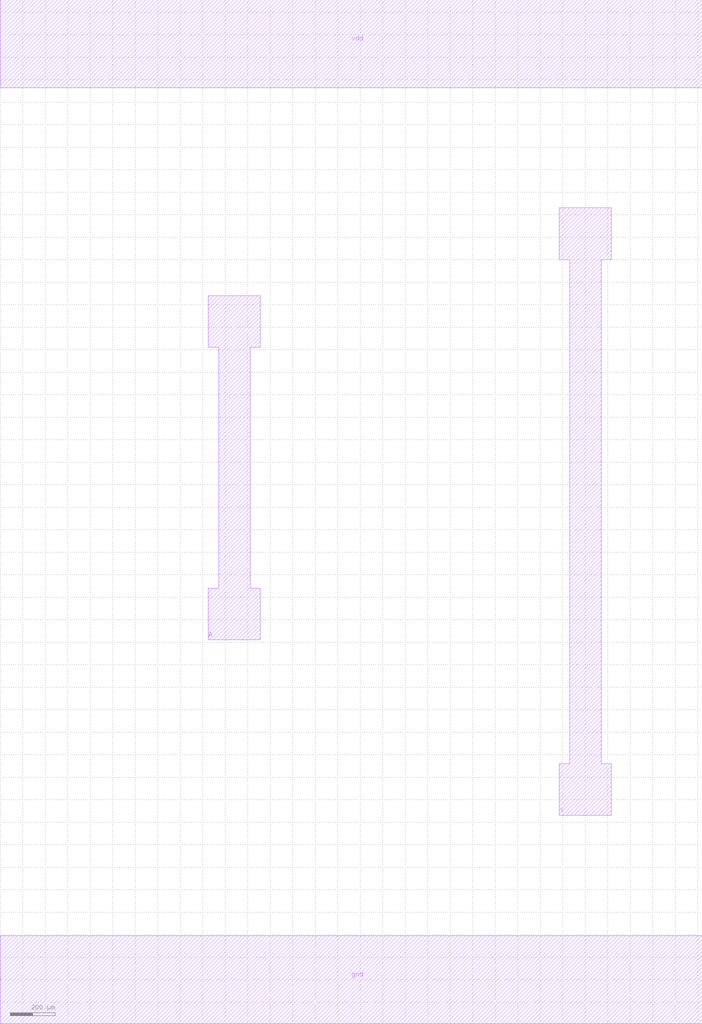
<source format=lef>
MACRO BUFX2
 CLASS CORE ;
 ORIGIN 0 0 ;
 FOREIGN BUFX2 0 0 ;
 SIZE 3.12 BY 4.16 ;
 SYMMETRY X Y R90 ;
 SITE unithd ;
  PIN vdd
   DIRECTION INOUT ;
   USE SIGNAL ;
   SHAPE ABUTMENT ;
    PORT
     CLASS CORE ;
       LAYER met2 ;
        RECT 0.00000000 3965.00000000 3120.00000000 4355.00000000 ;
    END
  END vdd

  PIN gnd
   DIRECTION INOUT ;
   USE SIGNAL ;
   SHAPE ABUTMENT ;
    PORT
     CLASS CORE ;
       LAYER met2 ;
        RECT 0.00000000 -195.00000000 3120.00000000 195.00000000 ;
    END
  END gnd

  PIN Y
   DIRECTION INOUT ;
   USE SIGNAL ;
   SHAPE ABUTMENT ;
    PORT
     CLASS CORE ;
       LAYER met2 ;
        POLYGON 2485.00000000 730.00000000 2485.00000000 960.00000000 2530.00000000 960.00000000 2530.00000000 3200.00000000 2485.00000000 3200.00000000 2485.00000000 3430.00000000 2715.00000000 3430.00000000 2715.00000000 3200.00000000 2670.00000000 3200.00000000 2670.00000000 960.00000000 2715.00000000 960.00000000 2715.00000000 730.00000000 ;
    END
  END Y

  PIN A
   DIRECTION INOUT ;
   USE SIGNAL ;
   SHAPE ABUTMENT ;
    PORT
     CLASS CORE ;
       LAYER met2 ;
        POLYGON 925.00000000 1510.00000000 925.00000000 1740.00000000 970.00000000 1740.00000000 970.00000000 2810.00000000 925.00000000 2810.00000000 925.00000000 3040.00000000 1155.00000000 3040.00000000 1155.00000000 2810.00000000 1110.00000000 2810.00000000 1110.00000000 1740.00000000 1155.00000000 1740.00000000 1155.00000000 1510.00000000 ;
    END
  END A


END BUFX2

</source>
